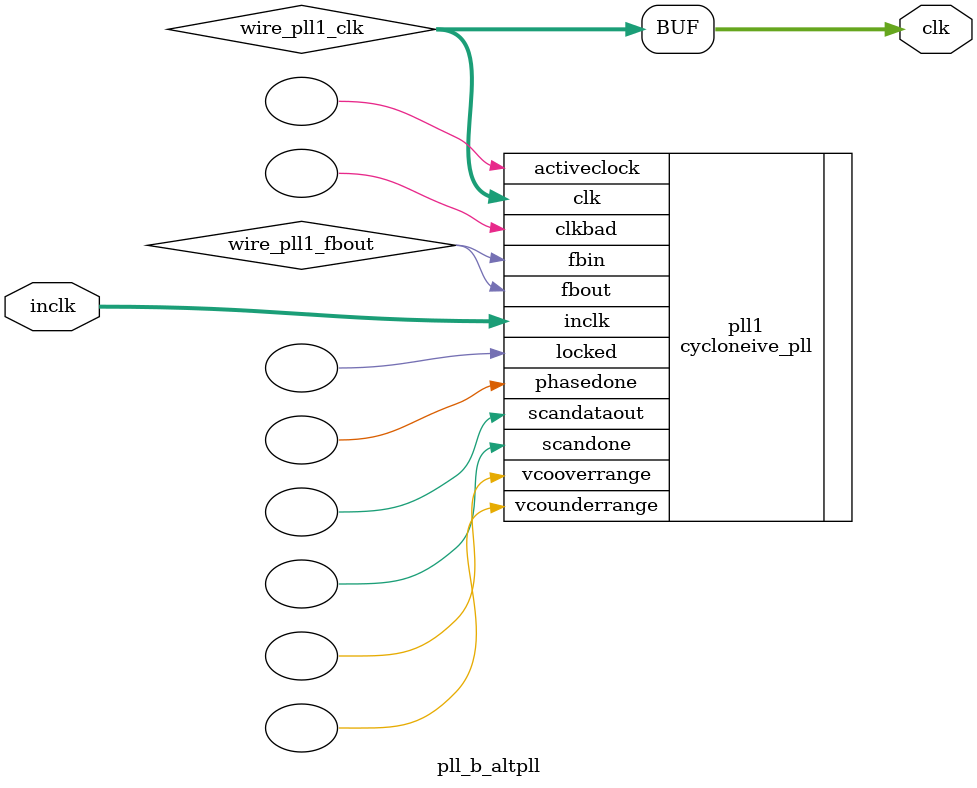
<source format=v>






//synthesis_resources = cycloneive_pll 1 
//synopsys translate_off
`timescale 1 ps / 1 ps
//synopsys translate_on
module  pll_b_altpll
	( 
	clk,
	inclk) /* synthesis synthesis_clearbox=1 */;
	output   [4:0]  clk;
	input   [1:0]  inclk;
`ifndef ALTERA_RESERVED_QIS
// synopsys translate_off
`endif
	tri0   [1:0]  inclk;
`ifndef ALTERA_RESERVED_QIS
// synopsys translate_on
`endif

	wire  [4:0]   wire_pll1_clk;
	wire  wire_pll1_fbout;

	cycloneive_pll   pll1
	( 
	.activeclock(),
	.clk(wire_pll1_clk),
	.clkbad(),
	.fbin(wire_pll1_fbout),
	.fbout(wire_pll1_fbout),
	.inclk(inclk),
	.locked(),
	.phasedone(),
	.scandataout(),
	.scandone(),
	.vcooverrange(),
	.vcounderrange()
	`ifndef FORMAL_VERIFICATION
	// synopsys translate_off
	`endif
	,
	.areset(1'b0),
	.clkswitch(1'b0),
	.configupdate(1'b0),
	.pfdena(1'b1),
	.phasecounterselect({3{1'b0}}),
	.phasestep(1'b0),
	.phaseupdown(1'b0),
	.scanclk(1'b0),
	.scanclkena(1'b1),
	.scandata(1'b0)
	`ifndef FORMAL_VERIFICATION
	// synopsys translate_on
	`endif
	);
	defparam
		pll1.bandwidth_type = "auto",
		pll1.clk0_divide_by = 1,
		pll1.clk0_duty_cycle = 50,
		pll1.clk0_multiply_by = 12,
		pll1.clk0_phase_shift = "0",
		pll1.inclk0_input_frequency = 50000,
		pll1.operation_mode = "no_compensation",
		pll1.pll_type = "auto",
		pll1.lpm_type = "cycloneive_pll";
	assign
		clk = {wire_pll1_clk[4:0]};
endmodule //pll_b_altpll
//VALID FILE

</source>
